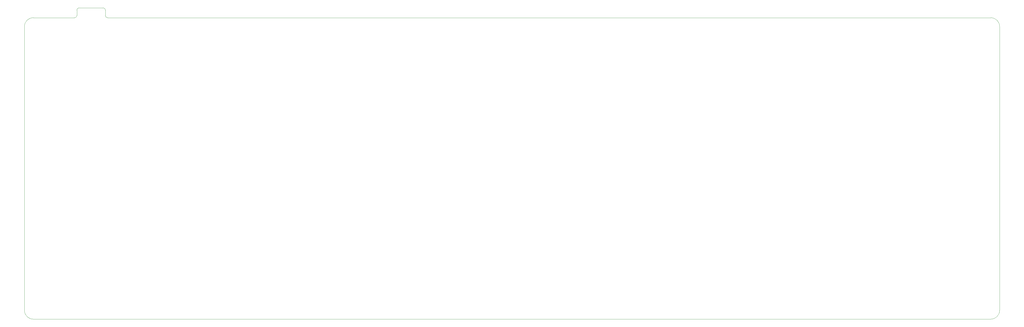
<source format=gbr>
%TF.GenerationSoftware,KiCad,Pcbnew,8.0.0*%
%TF.CreationDate,2024-12-21T07:53:57-08:00*%
%TF.ProjectId,Hampter3.1,48616d70-7465-4723-932e-312e6b696361,rev?*%
%TF.SameCoordinates,Original*%
%TF.FileFunction,Profile,NP*%
%FSLAX46Y46*%
G04 Gerber Fmt 4.6, Leading zero omitted, Abs format (unit mm)*
G04 Created by KiCad (PCBNEW 8.0.0) date 2024-12-21 07:53:57*
%MOMM*%
%LPD*%
G01*
G04 APERTURE LIST*
%TA.AperFunction,Profile*%
%ADD10C,0.050000*%
%TD*%
G04 APERTURE END LIST*
D10*
X136525000Y-152781000D02*
X145421382Y-152774618D01*
X481693999Y-266445998D02*
G75*
G02*
X478409000Y-269730999I-3284999J-2D01*
G01*
X146310382Y-153663618D02*
X146304000Y-155592000D01*
X481694000Y-159766002D02*
X481694000Y-266446000D01*
X135636000Y-153670000D02*
G75*
G02*
X136525000Y-152781000I889000J0D01*
G01*
X135636000Y-155592000D02*
G75*
G02*
X134747000Y-156481000I-889000J0D01*
G01*
X119253002Y-269731000D02*
G75*
G02*
X115968000Y-266446001I-2J3285000D01*
G01*
X119253002Y-156481002D02*
X134747000Y-156481000D01*
X145421382Y-152774618D02*
G75*
G02*
X146310382Y-153663618I18J-888982D01*
G01*
X478409000Y-269731000D02*
X119253002Y-269731000D01*
X115968003Y-159766000D02*
G75*
G02*
X119253002Y-156481003I3284997J0D01*
G01*
X147193000Y-156481000D02*
X478409000Y-156481002D01*
X478409000Y-156481002D02*
G75*
G02*
X481693998Y-159766002I0J-3284998D01*
G01*
X147193000Y-156481000D02*
G75*
G02*
X146304000Y-155592000I0J889000D01*
G01*
X135636000Y-155592000D02*
X135636000Y-153670000D01*
X115968002Y-266446000D02*
X115968002Y-159766002D01*
M02*

</source>
